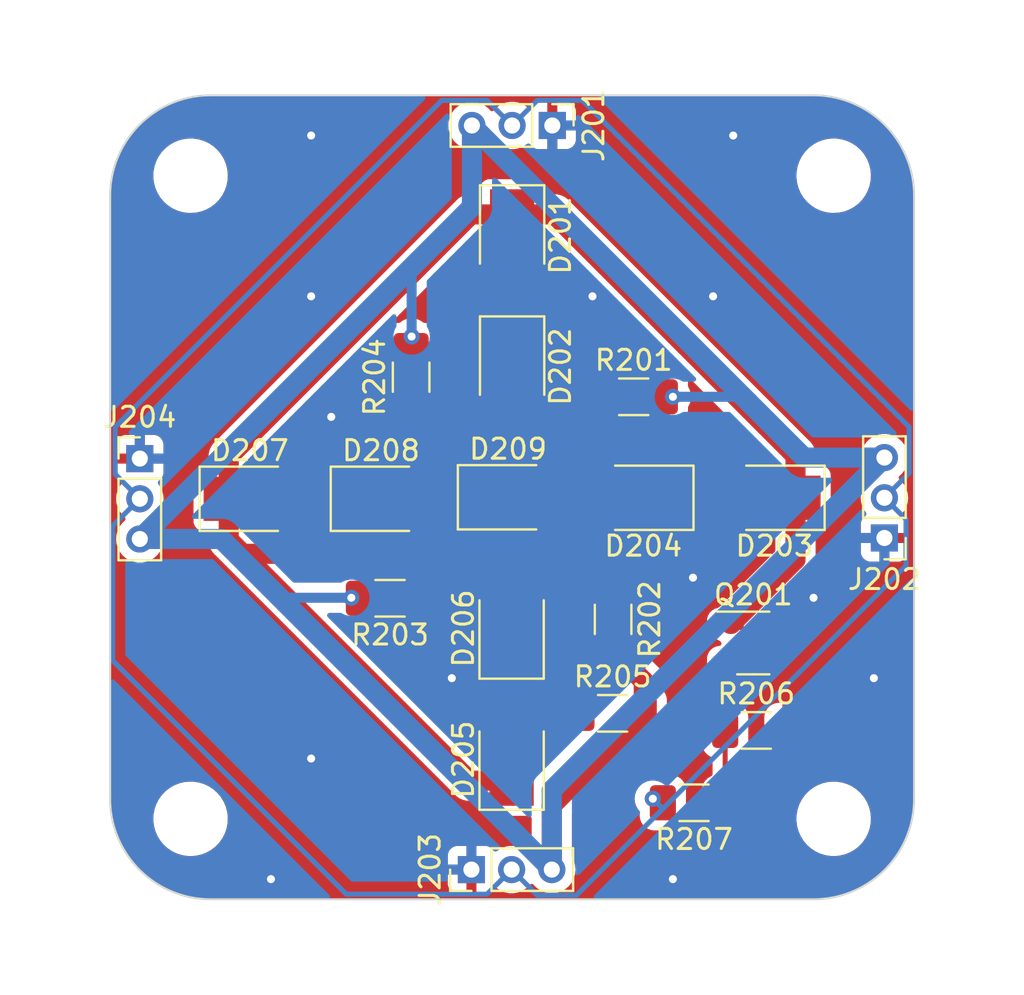
<source format=kicad_pcb>
(kicad_pcb (version 20221018) (generator pcbnew)
  (layers (0 "F.Cu" signal) (31 "B.Cu" signal) (34 "B.Paste" user) (35 "F.Paste" user) (36 "B.SilkS" user "B.Silkscreen") (37 "F.SilkS" user "F.Silkscreen") (38 "B.Mask" user) (39 "F.Mask" user) (44 "Edge.Cuts" user))
  (net 0 "")
  (net 1 "+5V")
  (net 2 "GND")
  (net 3 "Net-(D201-K)")
  (net 4 "Net-(D201-A)")
  (net 5 "Net-(D202-A)")
  (net 6 "Net-(D203-A)")
  (net 7 "Net-(D205-A)")
  (net 8 "Net-(D209-A)")
  (net 9 "/cross_led/LED_IN")
  (net 10 "Net-(Q201-G)")
  (net 11 "Net-(D207-A)")
  (net 12 "Net-(D208-A)")
  (net 13 "Net-(D204-A)")
  (net 14 "Net-(D206-A)")
  (footprint "LED_SMD:LED_PLCC_2835_Handsoldering" (layer "F.Cu") (at 120 56.975 -90)
    (fp_text reference "D201" (at 0 -2.4 90) (layer "F.SilkS"))
    (fp_text value "LED")
    (fp_line (start -2.5 -1.6) (end -2.5 1.6) (stroke (width 0.12)) (layer "F.SilkS"))
    (fp_line (start 1.4 -1.6) (end -2.5 -1.6) (stroke (width 0.12)) (layer "F.SilkS"))
    (fp_line (start 1.4 1.6) (end -2.5 1.6) (stroke (width 0.12)) (layer "F.SilkS"))
    (pad "1" smd rect (at -1.05 0 270) (size 2.5 2.2) (layers "F.Cu" "F.Paste" "F.Mask") (net 3 "Net-(D201-K)"))
    (pad "2" smd rect (at 1.525 0 270) (size 1.55 2.2) (layers "F.Cu" "F.Paste" "F.Mask") (net 4 "Net-(D201-A)"))
  )
  (footprint "Connector_PinHeader_2.00mm:PinHeader_1x03_P2.00mm_Vertical" (layer "F.Cu") (at 138.525 72.025 180)
    (fp_text reference "J202" (at 0 -2.06) (layer "F.SilkS"))
    (fp_text value "Conn_01x03_Pin")
    (fp_line (start -1.06 -1.06) (end 0 -1.06) (stroke (width 0.12)) (layer "F.SilkS"))
    (fp_line (start -1.06 0) (end -1.06 -1.06) (stroke (width 0.12)) (layer "F.SilkS"))
    (fp_line (start -1.06 1) (end -1.06 5.06) (stroke (width 0.12)) (layer "F.SilkS"))
    (fp_line (start -1.06 1) (end 1.06 1) (stroke (width 0.12)) (layer "F.SilkS"))
    (fp_line (start -1.06 5.06) (end 1.06 5.06) (stroke (width 0.12)) (layer "F.SilkS"))
    (fp_line (start 1.06 1) (end 1.06 5.06) (stroke (width 0.12)) (layer "F.SilkS"))
    (pad "1" thru_hole rect (at 0 0 180) (size 1.35 1.35) (drill 0.8) (layers "*.Cu" "*.Mask") (net 2 "GND"))
    (pad "2" thru_hole oval (at 0 2 180) (size 1.35 1.35) (drill 0.8) (layers "*.Cu" "*.Mask") (net 9 "/cross_led/LED_IN"))
    (pad "3" thru_hole oval (at 0 4 180) (size 1.35 1.35) (drill 0.8) (layers "*.Cu" "*.Mask") (net 1 "+5V"))
  )
  (footprint "Connector_PinHeader_2.00mm:PinHeader_1x03_P2.00mm_Vertical" (layer "F.Cu") (at 101.475 68.075)
    (fp_text reference "J204" (at 0 -2.06) (layer "F.SilkS"))
    (fp_text value "Conn_01x03_Pin")
    (fp_line (start -1.06 -1.06) (end 0 -1.06) (stroke (width 0.12)) (layer "F.SilkS"))
    (fp_line (start -1.06 0) (end -1.06 -1.06) (stroke (width 0.12)) (layer "F.SilkS"))
    (fp_line (start -1.06 1) (end -1.06 5.06) (stroke (width 0.12)) (layer "F.SilkS"))
    (fp_line (start -1.06 1) (end 1.06 1) (stroke (width 0.12)) (layer "F.SilkS"))
    (fp_line (start -1.06 5.06) (end 1.06 5.06) (stroke (width 0.12)) (layer "F.SilkS"))
    (fp_line (start 1.06 1) (end 1.06 5.06) (stroke (width 0.12)) (layer "F.SilkS"))
    (pad "1" thru_hole rect (at 0 0) (size 1.35 1.35) (drill 0.8) (layers "*.Cu" "*.Mask") (net 2 "GND"))
    (pad "2" thru_hole oval (at 0 2) (size 1.35 1.35) (drill 0.8) (layers "*.Cu" "*.Mask") (net 9 "/cross_led/LED_IN"))
    (pad "3" thru_hole oval (at 0 4) (size 1.35 1.35) (drill 0.8) (layers "*.Cu" "*.Mask") (net 1 "+5V"))
  )
  (footprint "LED_SMD:LED_PLCC_2835_Handsoldering" (layer "F.Cu") (at 133.05 70.025 180)
    (fp_text reference "D203" (at 0 -2.4) (layer "F.SilkS"))
    (fp_text value "LED")
    (fp_line (start -2.5 -1.6) (end -2.5 1.6) (stroke (width 0.12)) (layer "F.SilkS"))
    (fp_line (start 1.4 -1.6) (end -2.5 -1.6) (stroke (width 0.12)) (layer "F.SilkS"))
    (fp_line (start 1.4 1.6) (end -2.5 1.6) (stroke (width 0.12)) (layer "F.SilkS"))
    (pad "1" smd rect (at -1.05 0 180) (size 2.5 2.2) (layers "F.Cu" "F.Paste" "F.Mask") (net 3 "Net-(D201-K)"))
    (pad "2" smd rect (at 1.525 0 180) (size 1.55 2.2) (layers "F.Cu" "F.Paste" "F.Mask") (net 6 "Net-(D203-A)"))
  )
  (footprint "MountingHole:MountingHole_3.2mm_M3" (layer "F.Cu") (at 136 54)
    (fp_text reference "REF**" hide)
    (fp_text value "MountingHole_3.2mm_M3")
    (pad "" np_thru_hole circle (at 0 0) (size 3.2 3.2) (drill 3.2) (layers "*.Cu" "*.Mask"))
  )
  (footprint "LED_SMD:LED_PLCC_2835_Handsoldering" (layer "F.Cu") (at 119.8 70)
    (fp_text reference "D209" (at 0 -2.4) (layer "F.SilkS"))
    (fp_text value "LED")
    (fp_line (start -2.5 -1.6) (end -2.5 1.6) (stroke (width 0.12)) (layer "F.SilkS"))
    (fp_line (start 1.4 -1.6) (end -2.5 -1.6) (stroke (width 0.12)) (layer "F.SilkS"))
    (fp_line (start 1.4 1.6) (end -2.5 1.6) (stroke (width 0.12)) (layer "F.SilkS"))
    (pad "1" smd rect (at -1.05 0) (size 2.5 2.2) (layers "F.Cu" "F.Paste" "F.Mask") (net 3 "Net-(D201-K)"))
    (pad "2" smd rect (at 1.525 0) (size 1.55 2.2) (layers "F.Cu" "F.Paste" "F.Mask") (net 8 "Net-(D209-A)"))
  )
  (footprint "Package_TO_SOT_SMD:SOT-23-3" (layer "F.Cu") (at 132 77.25)
    (fp_text reference "Q201" (at 0 -2.4) (layer "F.SilkS"))
    (fp_text value "NMOS")
    (fp_line (start 0 -1.56) (end -1.8 -1.56) (stroke (width 0.12)) (layer "F.SilkS"))
    (fp_line (start 0 -1.56) (end 0.8 -1.56) (stroke (width 0.12)) (layer "F.SilkS"))
    (fp_line (start 0 1.56) (end -0.8 1.56) (stroke (width 0.12)) (layer "F.SilkS"))
    (fp_line (start 0 1.56) (end 0.8 1.56) (stroke (width 0.12)) (layer "F.SilkS"))
    (pad "1" smd roundrect (at -1.1375 -0.95) (size 1.325 0.6) (layers "F.Cu" "F.Paste" "F.Mask") (net 3 "Net-(D201-K)"))
    (pad "2" smd roundrect (at -1.1375 0.95) (size 1.325 0.6) (layers "F.Cu" "F.Paste" "F.Mask") (net 10 "Net-(Q201-G)"))
    (pad "3" smd roundrect (at 1.1375 0) (size 1.325 0.6) (layers "F.Cu" "F.Paste" "F.Mask") (net 2 "GND"))
  )
  (footprint "Resistor_SMD:R_1206_3216Metric_Pad1.30x1.75mm_HandSolder" (layer "F.Cu") (at 126.05 65)
    (fp_text reference "R201" (at 0 -1.82) (layer "F.SilkS"))
    (fp_text value "47Ω")
    (fp_line (start -0.727064 -0.91) (end 0.727064 -0.91) (stroke (width 0.12)) (layer "F.SilkS"))
    (fp_line (start -0.727064 0.91) (end 0.727064 0.91) (stroke (width 0.12)) (layer "F.SilkS"))
    (pad "1" smd roundrect (at -1.55 0) (size 1.3 1.75) (layers "F.Cu" "F.Paste" "F.Mask") (roundrect_rratio 0.192308) (net 5 "Net-(D202-A)"))
    (pad "2" smd roundrect (at 1.55 0) (size 1.3 1.75) (layers "F.Cu" "F.Paste" "F.Mask") (roundrect_rratio 0.192308) (net 1 "+5V"))
  )
  (footprint "LED_SMD:LED_PLCC_2835_Handsoldering" (layer "F.Cu") (at 126.525 70.025 180)
    (fp_text reference "D204" (at 0 -2.4) (layer "F.SilkS"))
    (fp_text value "LED")
    (fp_line (start -2.5 -1.6) (end -2.5 1.6) (stroke (width 0.12)) (layer "F.SilkS"))
    (fp_line (start 1.4 -1.6) (end -2.5 -1.6) (stroke (width 0.12)) (layer "F.SilkS"))
    (fp_line (start 1.4 1.6) (end -2.5 1.6) (stroke (width 0.12)) (layer "F.SilkS"))
    (pad "1" smd rect (at -1.05 0 180) (size 2.5 2.2) (layers "F.Cu" "F.Paste" "F.Mask") (net 6 "Net-(D203-A)"))
    (pad "2" smd rect (at 1.525 0 180) (size 1.55 2.2) (layers "F.Cu" "F.Paste" "F.Mask") (net 13 "Net-(D204-A)"))
  )
  (footprint "Resistor_SMD:R_1206_3216Metric_Pad1.30x1.75mm_HandSolder" (layer "F.Cu") (at 125.025 76.075 -90)
    (fp_text reference "R202" (at 0 -1.82 90) (layer "F.SilkS"))
    (fp_text value "47Ω")
    (fp_line (start -0.727064 -0.91) (end 0.727064 -0.91) (stroke (width 0.12)) (layer "F.SilkS"))
    (fp_line (start -0.727064 0.91) (end 0.727064 0.91) (stroke (width 0.12)) (layer "F.SilkS"))
    (pad "1" smd roundrect (at -1.55 0 270) (size 1.3 1.75) (layers "F.Cu" "F.Paste" "F.Mask") (roundrect_rratio 0.192308) (net 13 "Net-(D204-A)"))
    (pad "2" smd roundrect (at 1.55 0 270) (size 1.3 1.75) (layers "F.Cu" "F.Paste" "F.Mask") (roundrect_rratio 0.192308) (net 1 "+5V"))
  )
  (footprint "LED_SMD:LED_PLCC_2835_Handsoldering" (layer "F.Cu") (at 119.975 76.525 90)
    (fp_text reference "D206" (at 0 -2.4 90) (layer "F.SilkS"))
    (fp_text value "LED")
    (fp_line (start -2.5 -1.6) (end -2.5 1.6) (stroke (width 0.12)) (layer "F.SilkS"))
    (fp_line (start 1.4 -1.6) (end -2.5 -1.6) (stroke (width 0.12)) (layer "F.SilkS"))
    (fp_line (start 1.4 1.6) (end -2.5 1.6) (stroke (width 0.12)) (layer "F.SilkS"))
    (pad "1" smd rect (at -1.05 0 90) (size 2.5 2.2) (layers "F.Cu" "F.Paste" "F.Mask") (net 7 "Net-(D205-A)"))
    (pad "2" smd rect (at 1.525 0 90) (size 1.55 2.2) (layers "F.Cu" "F.Paste" "F.Mask") (net 14 "Net-(D206-A)"))
  )
  (footprint "MountingHole:MountingHole_3.2mm_M3" (layer "F.Cu") (at 104 54)
    (fp_text reference "REF**" hide)
    (fp_text value "MountingHole_3.2mm_M3")
    (pad "" np_thru_hole circle (at 0 0) (size 3.2 3.2) (drill 3.2) (layers "*.Cu" "*.Mask"))
  )
  (footprint "MountingHole:MountingHole_3.2mm_M3" (layer "F.Cu") (at 136 86)
    (fp_text reference "REF**" hide)
    (fp_text value "MountingHole_3.2mm_M3")
    (pad "" np_thru_hole circle (at 0 0) (size 3.2 3.2) (drill 3.2) (layers "*.Cu" "*.Mask"))
  )
  (footprint "Resistor_SMD:R_1206_3216Metric_Pad1.30x1.75mm_HandSolder" (layer "F.Cu") (at 129.05 85.2 180)
    (fp_text reference "R207" (at 0 -1.82) (layer "F.SilkS"))
    (fp_text value "100Ω")
    (fp_line (start -0.727064 -0.91) (end 0.727064 -0.91) (stroke (width 0.12)) (layer "F.SilkS"))
    (fp_line (start -0.727064 0.91) (end 0.727064 0.91) (stroke (width 0.12)) (layer "F.SilkS"))
    (pad "1" smd roundrect (at -1.55 0 180) (size 1.3 1.75) (layers "F.Cu" "F.Paste" "F.Mask") (roundrect_rratio 0.192308) (net 10 "Net-(Q201-G)"))
    (pad "2" smd roundrect (at 1.55 0 180) (size 1.3 1.75) (layers "F.Cu" "F.Paste" "F.Mask") (roundrect_rratio 0.192308) (net 9 "/cross_led/LED_IN"))
  )
  (footprint "Resistor_SMD:R_1206_3216Metric_Pad1.30x1.75mm_HandSolder" (layer "F.Cu") (at 114.975 64.025 90)
    (fp_text reference "R204" (at 0 -1.82 90) (layer "F.SilkS"))
    (fp_text value "47Ω")
    (fp_line (start -0.727064 -0.91) (end 0.727064 -0.91) (stroke (width 0.12)) (layer "F.SilkS"))
    (fp_line (start -0.727064 0.91) (end 0.727064 0.91) (stroke (width 0.12)) (layer "F.SilkS"))
    (pad "1" smd roundrect (at -1.55 0 90) (size 1.3 1.75) (layers "F.Cu" "F.Paste" "F.Mask") (roundrect_rratio 0.192308) (net 12 "Net-(D208-A)"))
    (pad "2" smd roundrect (at 1.55 0 90) (size 1.3 1.75) (layers "F.Cu" "F.Paste" "F.Mask") (roundrect_rratio 0.192308) (net 1 "+5V"))
  )
  (footprint "Resistor_SMD:R_1206_3216Metric_Pad1.30x1.75mm_HandSolder" (layer "F.Cu") (at 132.15 81.6)
    (fp_text reference "R206" (at 0 -1.82) (layer "F.SilkS"))
    (fp_text value "10kΩ")
    (fp_line (start -0.727064 -0.91) (end 0.727064 -0.91) (stroke (width 0.12)) (layer "F.SilkS"))
    (fp_line (start -0.727064 0.91) (end 0.727064 0.91) (stroke (width 0.12)) (layer "F.SilkS"))
    (pad "1" smd roundrect (at -1.55 0) (size 1.3 1.75) (layers "F.Cu" "F.Paste" "F.Mask") (roundrect_rratio 0.192308) (net 10 "Net-(Q201-G)"))
    (pad "2" smd roundrect (at 1.55 0) (size 1.3 1.75) (layers "F.Cu" "F.Paste" "F.Mask") (roundrect_rratio 0.192308) (net 2 "GND"))
  )
  (footprint "LED_SMD:LED_PLCC_2835_Handsoldering" (layer "F.Cu") (at 120 63.5 -90)
    (fp_text reference "D202" (at 0 -2.4 90) (layer "F.SilkS"))
    (fp_text value "LED")
    (fp_line (start -2.5 -1.6) (end -2.5 1.6) (stroke (width 0.12)) (layer "F.SilkS"))
    (fp_line (start 1.4 -1.6) (end -2.5 -1.6) (stroke (width 0.12)) (layer "F.SilkS"))
    (fp_line (start 1.4 1.6) (end -2.5 1.6) (stroke (width 0.12)) (layer "F.SilkS"))
    (pad "1" smd rect (at -1.05 0 270) (size 2.5 2.2) (layers "F.Cu" "F.Paste" "F.Mask") (net 4 "Net-(D201-A)"))
    (pad "2" smd rect (at 1.525 0 270) (size 1.55 2.2) (layers "F.Cu" "F.Paste" "F.Mask") (net 5 "Net-(D202-A)"))
  )
  (footprint "LED_SMD:LED_PLCC_2835_Handsoldering" (layer "F.Cu") (at 119.975 83.05 90)
    (fp_text reference "D205" (at 0 -2.4 90) (layer "F.SilkS"))
    (fp_text value "LED")
    (fp_line (start -2.5 -1.6) (end -2.5 1.6) (stroke (width 0.12)) (layer "F.SilkS"))
    (fp_line (start 1.4 -1.6) (end -2.5 -1.6) (stroke (width 0.12)) (layer "F.SilkS"))
    (fp_line (start 1.4 1.6) (end -2.5 1.6) (stroke (width 0.12)) (layer "F.SilkS"))
    (pad "1" smd rect (at -1.05 0 90) (size 2.5 2.2) (layers "F.Cu" "F.Paste" "F.Mask") (net 3 "Net-(D201-K)"))
    (pad "2" smd rect (at 1.525 0 90) (size 1.55 2.2) (layers "F.Cu" "F.Paste" "F.Mask") (net 7 "Net-(D205-A)"))
  )
  (footprint "LED_SMD:LED_PLCC_2835_Handsoldering" (layer "F.Cu") (at 106.95 70.075)
    (fp_text reference "D207" (at 0 -2.4) (layer "F.SilkS"))
    (fp_text value "LED")
    (fp_line (start -2.5 -1.6) (end -2.5 1.6) (stroke (width 0.12)) (layer "F.SilkS"))
    (fp_line (start 1.4 -1.6) (end -2.5 -1.6) (stroke (width 0.12)) (layer "F.SilkS"))
    (fp_line (start 1.4 1.6) (end -2.5 1.6) (stroke (width 0.12)) (layer "F.SilkS"))
    (pad "1" smd rect (at -1.05 0) (size 2.5 2.2) (layers "F.Cu" "F.Paste" "F.Mask") (net 3 "Net-(D201-K)"))
    (pad "2" smd rect (at 1.525 0) (size 1.55 2.2) (layers "F.Cu" "F.Paste" "F.Mask") (net 11 "Net-(D207-A)"))
  )
  (footprint "Resistor_SMD:R_1206_3216Metric_Pad1.30x1.75mm_HandSolder" (layer "F.Cu") (at 125 80.75)
    (fp_text reference "R205" (at 0 -1.82) (layer "F.SilkS"))
    (fp_text value "47Ω")
    (fp_line (start -0.727064 -0.91) (end 0.727064 -0.91) (stroke (width 0.12)) (layer "F.SilkS"))
    (fp_line (start -0.727064 0.91) (end 0.727064 0.91) (stroke (width 0.12)) (layer "F.SilkS"))
    (pad "1" smd roundrect (at -1.55 0) (size 1.3 1.75) (layers "F.Cu" "F.Paste" "F.Mask") (roundrect_rratio 0.192308) (net 8 "Net-(D209-A)"))
    (pad "2" smd roundrect (at 1.55 0) (size 1.3 1.75) (layers "F.Cu" "F.Paste" "F.Mask") (roundrect_rratio 0.192308) (net 1 "+5V"))
  )
  (footprint "MountingHole:MountingHole_3.2mm_M3" (layer "F.Cu") (at 104 86)
    (fp_text reference "REF**" hide)
    (fp_text value "MountingHole_3.2mm_M3")
    (pad "" np_thru_hole circle (at 0 0) (size 3.2 3.2) (drill 3.2) (layers "*.Cu" "*.Mask"))
  )
  (footprint "Resistor_SMD:R_1206_3216Metric_Pad1.30x1.75mm_HandSolder" (layer "F.Cu") (at 113.925 75.025 180)
    (fp_text reference "R203" (at 0 -1.82) (layer "F.SilkS"))
    (fp_text value "47Ω")
    (fp_line (start -0.727064 -0.91) (end 0.727064 -0.91) (stroke (width 0.12)) (layer "F.SilkS"))
    (fp_line (start -0.727064 0.91) (end 0.727064 0.91) (stroke (width 0.12)) (layer "F.SilkS"))
    (pad "1" smd roundrect (at -1.55 0 180) (size 1.3 1.75) (layers "F.Cu" "F.Paste" "F.Mask") (roundrect_rratio 0.192308) (net 14 "Net-(D206-A)"))
    (pad "2" smd roundrect (at 1.55 0 180) (size 1.3 1.75) (layers "F.Cu" "F.Paste" "F.Mask") (roundrect_rratio 0.192308) (net 1 "+5V"))
  )
  (footprint "Connector_PinHeader_2.00mm:PinHeader_1x03_P2.00mm_Vertical" (layer "F.Cu") (at 122 51.5 -90)
    (fp_text reference "J201" (at 0 -2.06 90) (layer "F.SilkS"))
    (fp_text value "Conn_01x03_Pin")
    (fp_line (start -1.06 -1.06) (end 0 -1.06) (stroke (width 0.12)) (layer "F.SilkS"))
    (fp_line (start -1.06 0) (end -1.06 -1.06) (stroke (width 0.12)) (layer "F.SilkS"))
    (fp_line (start -1.06 1) (end -1.06 5.06) (stroke (width 0.12)) (layer "F.SilkS"))
    (fp_line (start -1.06 1) (end 1.06 1) (stroke (width 0.12)) (layer "F.SilkS"))
    (fp_line (start -1.06 5.06) (end 1.06 5.06) (stroke (width 0.12)) (layer "F.SilkS"))
    (fp_line (start 1.06 1) (end 1.06 5.06) (stroke (width 0.12)) (layer "F.SilkS"))
    (pad "1" thru_hole rect (at 0 0 270) (size 1.35 1.35) (drill 0.8) (layers "*.Cu" "*.Mask") (net 2 "GND"))
    (pad "2" thru_hole oval (at 0 2 270) (size 1.35 1.35) (drill 0.8) (layers "*.Cu" "*.Mask") (net 9 "/cross_led/LED_IN"))
    (pad "3" thru_hole oval (at 0 4 270) (size 1.35 1.35) (drill 0.8) (layers "*.Cu" "*.Mask") (net 1 "+5V"))
  )
  (footprint "LED_SMD:LED_PLCC_2835_Handsoldering" (layer "F.Cu") (at 113.475 70.075)
    (fp_text reference "D208" (at 0 -2.4) (layer "F.SilkS"))
    (fp_text value "LED")
    (fp_line (start -2.5 -1.6) (end -2.5 1.6) (stroke (width 0.12)) (layer "F.SilkS"))
    (fp_line (start 1.4 -1.6) (end -2.5 -1.6) (stroke (width 0.12)) (layer "F.SilkS"))
    (fp_line (start 1.4 1.6) (end -2.5 1.6) (stroke (width 0.12)) (layer "F.SilkS"))
    (pad "1" smd rect (at -1.05 0) (size 2.5 2.2) (layers "F.Cu" "F.Paste" "F.Mask") (net 11 "Net-(D207-A)"))
    (pad "2" smd rect (at 1.525 0) (size 1.55 2.2) (layers "F.Cu" "F.Paste" "F.Mask") (net 12 "Net-(D208-A)"))
  )
  (footprint "Connector_PinHeader_2.00mm:PinHeader_1x03_P2.00mm_Vertical" (layer "F.Cu") (at 117.975 88.525 90)
    (fp_text reference "J203" (at 0 -2.06 90) (layer "F.SilkS"))
    (fp_text value "Conn_01x03_Pin")
    (fp_line (start -1.06 -1.06) (end 0 -1.06) (stroke (width 0.12)) (layer "F.SilkS"))
    (fp_line (start -1.06 0) (end -1.06 -1.06) (stroke (width 0.12)) (layer "F.SilkS"))
    (fp_line (start -1.06 1) (end -1.06 5.06) (stroke (width 0.12)) (layer "F.SilkS"))
    (fp_line (start -1.06 1) (end 1.06 1) (stroke (width 0.12)) (layer "F.SilkS"))
    (fp_line (start -1.06 5.06) (end 1.06 5.06) (stroke (width 0.12)) (layer "F.SilkS"))
    (fp_line (start 1.06 1) (end 1.06 5.06) (stroke (width 0.12)) (layer "F.SilkS"))
    (pad "1" thru_hole rect (at 0 0 90) (size 1.35 1.35) (drill 0.8) (layers "*.Cu" "*.Mask") (net 2 "GND"))
    (pad "2" thru_hole oval (at 0 2 90) (size 1.35 1.35) (drill 0.8) (layers "*.Cu" "*.Mask") (net 9 "/cross_led/LED_IN"))
    (pad "3" thru_hole oval (at 0 4 90) (size 1.35 1.35) (drill 0.8) (layers "*.Cu" "*.Mask") (net 1 "+5V"))
  )
  (gr_arc (start 100 55) (mid 101.464466 51.464466) (end 105 50) (stroke (width 0.1)) (layer "Edge.Cuts"))
  (gr_arc (start 140 85) (mid 138.535534 88.535534) (end 135 90) (stroke (width 0.1)) (layer "Edge.Cuts"))
  (gr_line (start 135 50) (end 105 50) (stroke (width 0.1)) (layer "Edge.Cuts"))
  (gr_line (start 140 55) (end 140 85) (stroke (width 0.1)) (layer "Edge.Cuts"))
  (gr_line (start 100 55) (end 100 85) (stroke (width 0.1)) (layer "Edge.Cuts"))
  (gr_line (start 105 90) (end 135 90) (stroke (width 0.1)) (layer "Edge.Cuts"))
  (gr_arc (start 135 50) (mid 138.535534 51.464466) (end 140 55) (stroke (width 0.1)) (layer "Edge.Cuts"))
  (gr_arc (start 105 90) (mid 101.464466 88.535534) (end 100 85) (stroke (width 0.1)) (layer "Edge.Cuts"))
  (segment (start 126.55 79.15) (end 125.025 77.625) (width 1) (layer "F.Cu") (net 1))
  (segment (start 126.55 80.75) (end 126.55 79.15) (width 1) (layer "F.Cu") (net 1))
  (segment (start 121.975 85.325) (end 126.55 80.75) (width 1) (layer "F.Cu") (net 1))
  (segment (start 121.975 88.525) (end 121.975 85.325) (width 1) (layer "F.Cu") (net 1))
  (via (at 115 62) (size 0.8) (drill 0.4) (layers "F.Cu" "B.Cu") (net 1))
  (via (at 128 65) (size 0.8) (drill 0.4) (layers "F.Cu" "B.Cu") (net 1))
  (via (at 112 75) (size 0.8) (drill 0.4) (layers "F.Cu" "B.Cu") (net 1))
  (segment (start 112 75) (end 109 75) (width 0.5) (layer "B.Cu") (net 1))
  (segment (start 131.5 65) (end 131.75 65.25) (width 0.5) (layer "B.Cu") (net 1))
  (segment (start 134.525 68.025) (end 131.75 65.25) (width 1) (layer "B.Cu") (net 1))
  (segment (start 115 62) (end 115 58.55) (width 0.5) (layer "B.Cu") (net 1))
  (segment (start 138.525 68.025) (end 134.525 68.025) (width 1) (layer "B.Cu") (net 1))
  (segment (start 101.475 72.075) (end 105.525 72.075) (width 1) (layer "B.Cu") (net 1))
  (segment (start 109 75) (end 108.725 75.275) (width 0.5) (layer "B.Cu") (net 1))
  (segment (start 128 65) (end 131.5 65) (width 0.5) (layer "B.Cu") (net 1))
  (segment (start 121.975 88.525) (end 121.975 84.575) (width 1) (layer "B.Cu") (net 1))
  (segment (start 118 55.55) (end 115.275 58.275) (width 1) (layer "B.Cu") (net 1))
  (segment (start 121.975 84.575) (end 138.525 68.025) (width 1) (layer "B.Cu") (net 1))
  (segment (start 108.725 75.275) (end 121.975 88.525) (width 1) (layer "B.Cu") (net 1))
  (segment (start 115.275 58.275) (end 101.475 72.075) (width 1) (layer "B.Cu") (net 1))
  (segment (start 105.525 72.075) (end 108.725 75.275) (width 1) (layer "B.Cu") (net 1))
  (segment (start 118 51.5) (end 118 55.55) (width 1) (layer "B.Cu") (net 1))
  (segment (start 115 58.55) (end 115.275 58.275) (width 0.5) (layer "B.Cu") (net 1))
  (segment (start 131.75 65.25) (end 118 51.5) (width 1) (layer "B.Cu") (net 1))
  (via (at 117 79) (size 0.8) (drill 0.4) (layers "F.Cu" "B.Cu") (net 2))
  (via (at 130 60) (size 0.8) (drill 0.4) (layers "F.Cu" "B.Cu") (net 2))
  (via (at 110 60) (size 0.8) (drill 0.4) (layers "F.Cu" "B.Cu") (net 2))
  (via (at 108 89) (size 0.8) (drill 0.4) (layers "F.Cu" "B.Cu") (net 2))
  (via (at 138 79) (size 0.8) (drill 0.4) (layers "F.Cu" "B.Cu") (net 2))
  (via (at 124 60) (size 0.8) (drill 0.4) (layers "F.Cu" "B.Cu") (net 2))
  (via (at 128 89) (size 0.8) (drill 0.4) (layers "F.Cu" "B.Cu") (net 2))
  (via (at 131 52) (size 0.8) (drill 0.4) (layers "F.Cu" "B.Cu") (net 2))
  (via (at 111 66) (size 0.8) (drill 0.4) (layers "F.Cu" "B.Cu") (net 2))
  (via (at 135 75) (size 0.8) (drill 0.4) (layers "F.Cu" "B.Cu") (net 2))
  (via (at 110 52) (size 0.8) (drill 0.4) (layers "F.Cu" "B.Cu") (net 2))
  (via (at 110 83) (size 0.8) (drill 0.4) (layers "F.Cu" "B.Cu") (net 2))
  (via (at 129 74) (size 0.8) (drill 0.4) (layers "F.Cu" "B.Cu") (net 2))
  (segment (start 106.5875 72.8125) (end 105.9 72.125) (width 1) (layer "F.Cu") (net 3))
  (segment (start 117.95 55.925) (end 120 55.925) (width 1) (layer "F.Cu") (net 3))
  (segment (start 105.9 67.975) (end 117.95 55.925) (width 1) (layer "F.Cu") (net 3))
  (segment (start 134.1 67.925) (end 134.1 70.025) (width 1) (layer "F.Cu") (net 3))
  (segment (start 130.8625 76.3) (end 130.9 76.3) (width 1) (layer "F.Cu") (net 3))
  (segment (start 122.1 55.925) (end 134.1 67.925) (width 1) (layer "F.Cu") (net 3))
  (segment (start 118.75 70) (end 115.9375 72.8125) (width 1) (layer "F.Cu") (net 3))
  (segment (start 134.1 73.1) (end 134.1 70.025) (width 1) (layer "F.Cu") (net 3))
  (segment (start 115.9375 72.8125) (end 106.5875 72.8125) (width 1) (layer "F.Cu") (net 3))
  (segment (start 105.9 70.075) (end 105.9 67.975) (width 1) (layer "F.Cu") (net 3))
  (segment (start 120 55.925) (end 122.1 55.925) (width 1) (layer "F.Cu") (net 3))
  (segment (start 130.9 76.3) (end 134.1 73.1) (width 1) (layer "F.Cu") (net 3))
  (segment (start 119.975 84.1) (end 117.875 84.1) (width 1) (layer "F.Cu") (net 3))
  (segment (start 117.875 84.1) (end 106.5875 72.8125) (width 1) (layer "F.Cu") (net 3))
  (segment (start 105.9 72.125) (end 105.9 70.075) (width 1) (layer "F.Cu") (net 3))
  (segment (start 120 62.45) (end 120 58.5) (width 1) (layer "F.Cu") (net 4))
  (segment (start 120 65.025) (end 124.475 65.025) (width 1) (layer "F.Cu") (net 5))
  (segment (start 124.475 65.025) (end 124.5 65) (width 1) (layer "F.Cu") (net 5))
  (segment (start 127.575 70.025) (end 131.525 70.025) (width 1) (layer "F.Cu") (net 6))
  (segment (start 119.975 77.575) (end 119.975 81.525) (width 1) (layer "F.Cu") (net 7))
  (segment (start 123.45 72.125) (end 121.325 70) (width 0.25) (layer "F.Cu") (net 8))
  (segment (start 123.45 80.75) (end 123.45 72.125) (width 0.25) (layer "F.Cu") (net 8))
  (via (at 127 85) (size 0.8) (drill 0.4) (layers "F.Cu" "B.Cu") (net 9))
  (segment (start 139.6 71.1) (end 139.6 73.4) (width 0.25) (layer "B.Cu") (net 9))
  (segment (start 127.5 85.5) (end 123.2 89.8) (width 0.25) (layer "B.Cu") (net 9))
  (segment (start 100.25 66.5) (end 116.5 50.25) (width 0.25) (layer "B.Cu") (net 9))
  (segment (start 100.125 71.425) (end 101.475 70.075) (width 0.25) (layer "B.Cu") (net 9))
  (segment (start 123.5 50.25) (end 139.75 66.5) (width 0.25) (layer "B.Cu") (net 9))
  (segment (start 118.75 50.25) (end 120 51.5) (width 0.25) (layer "B.Cu") (net 9))
  (segment (start 100.125 78.125) (end 100.125 71.425) (width 0.25) (layer "B.Cu") (net 9))
  (segment (start 121.25 50.25) (end 123.5 50.25) (width 0.25) (layer "B.Cu") (net 9))
  (segment (start 127 85) (end 127.5 85.5) (width 0.25) (layer "B.Cu") (net 9))
  (segment (start 100.25 68.85) (end 100.25 66.5) (width 0.25) (layer "B.Cu") (net 9))
  (segment (start 121.25 89.8) (end 119.975 88.525) (width 0.25) (layer "B.Cu") (net 9))
  (segment (start 139.6 73.4) (end 127.5 85.5) (width 0.25) (layer "B.Cu") (net 9))
  (segment (start 119.975 88.525) (end 118.75 89.75) (width 0.25) (layer "B.Cu") (net 9))
  (segment (start 118.75 89.75) (end 111.75 89.75) (width 0.25) (layer "B.Cu") (net 9))
  (segment (start 139.75 66.5) (end 139.75 68.8) (width 0.25) (layer "B.Cu") (net 9))
  (segment (start 116.5 50.25) (end 118.75 50.25) (width 0.25) (layer "B.Cu") (net 9))
  (segment (start 123.2 89.8) (end 121.25 89.8) (width 0.25) (layer "B.Cu") (net 9))
  (segment (start 138.525 70.025) (end 139.6 71.1) (width 0.25) (layer "B.Cu") (net 9))
  (segment (start 111.75 89.75) (end 100.125 78.125) (width 0.25) (layer "B.Cu") (net 9))
  (segment (start 139.75 68.8) (end 138.525 70.025) (width 0.25) (layer "B.Cu") (net 9))
  (segment (start 120 51.5) (end 121.25 50.25) (width 0.25) (layer "B.Cu") (net 9))
  (segment (start 101.475 70.075) (end 100.25 68.85) (width 0.25) (layer "B.Cu") (net 9))
  (segment (start 130.6 78.4625) (end 130.8625 78.2) (width 0.25) (layer "F.Cu") (net 10))
  (segment (start 130.6 85.2) (end 130.6 78.4625) (width 0.25) (layer "F.Cu") (net 10))
  (segment (start 112.425 70.075) (end 108.475 70.075) (width 1) (layer "F.Cu") (net 11))
  (segment (start 115 70.075) (end 115 65.6) (width 1) (layer "F.Cu") (net 12))
  (segment (start 115 65.6) (end 114.975 65.575) (width 1) (layer "F.Cu") (net 12))
  (segment (start 125 74.5) (end 125.025 74.525) (width 1) (layer "F.Cu") (net 13))
  (segment (start 125 70.025) (end 125 74.5) (width 1) (layer "F.Cu") (net 13))
  (segment (start 115.5 75) (end 115.475 75.025) (width 1) (layer "F.Cu") (net 14))
  (segment (start 119.975 75) (end 115.5 75) (width 1) (layer "F.Cu") (net 14))
  (zone (net 2) (net_name "GND") (layers "F&B.Cu") (connect_pads (clearance 0.5)) (min_thickness 0.25) (fill yes (thermal_gap 0.5) (thermal_bridge_width 0.5))
    (polygon (pts (xy 100 50) (xy 100 90) (xy 140 90) (xy 140 50)))
  )
)
</source>
